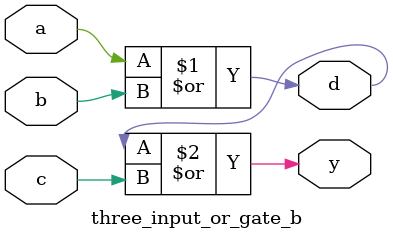
<source format=v>
`timescale 1ns / 1ps


module three_input_or_gate_b(
input a,
input b,
input c,
output d,
output y
    );
assign d=a|b;
assign y=d|c;
endmodule

</source>
